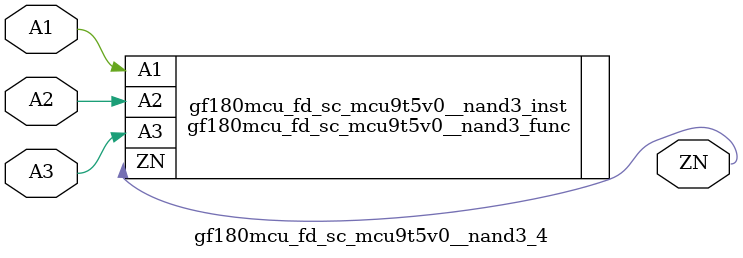
<source format=v>

`ifndef GF180MCU_FD_SC_MCU9T5V0__NAND3_4_V
`define GF180MCU_FD_SC_MCU9T5V0__NAND3_4_V

`include gf180mcu_fd_sc_mcu9t5v0__nand3.v

`ifdef USE_POWER_PINS
module gf180mcu_fd_sc_mcu9t5v0__nand3_4( A2, A3, ZN, A1, VDD, VSS );
inout VDD, VSS;
`else // If not USE_POWER_PINS
module gf180mcu_fd_sc_mcu9t5v0__nand3_4( A2, A3, ZN, A1 );
`endif // If not USE_POWER_PINS
input A1, A2, A3;
output ZN;

`ifdef USE_POWER_PINS
  gf180mcu_fd_sc_mcu9t5v0__nand3_func gf180mcu_fd_sc_mcu9t5v0__nand3_inst(.A2(A2),.A3(A3),.ZN(ZN),.A1(A1),.VDD(VDD),.VSS(VSS));
`else // If not USE_POWER_PINS
  gf180mcu_fd_sc_mcu9t5v0__nand3_func gf180mcu_fd_sc_mcu9t5v0__nand3_inst(.A2(A2),.A3(A3),.ZN(ZN),.A1(A1));
`endif // If not USE_POWER_PINS

`ifndef FUNCTIONAL
	// spec_gates_begin


	// spec_gates_end



   specify

	// specify_block_begin

	// comb arc A1 --> ZN
	 (A1 => ZN) = (1.0,1.0);

	// comb arc A2 --> ZN
	 (A2 => ZN) = (1.0,1.0);

	// comb arc A3 --> ZN
	 (A3 => ZN) = (1.0,1.0);

	// specify_block_end

   endspecify

   `endif

endmodule
`endif // GF180MCU_FD_SC_MCU9T5V0__NAND3_4_V

</source>
